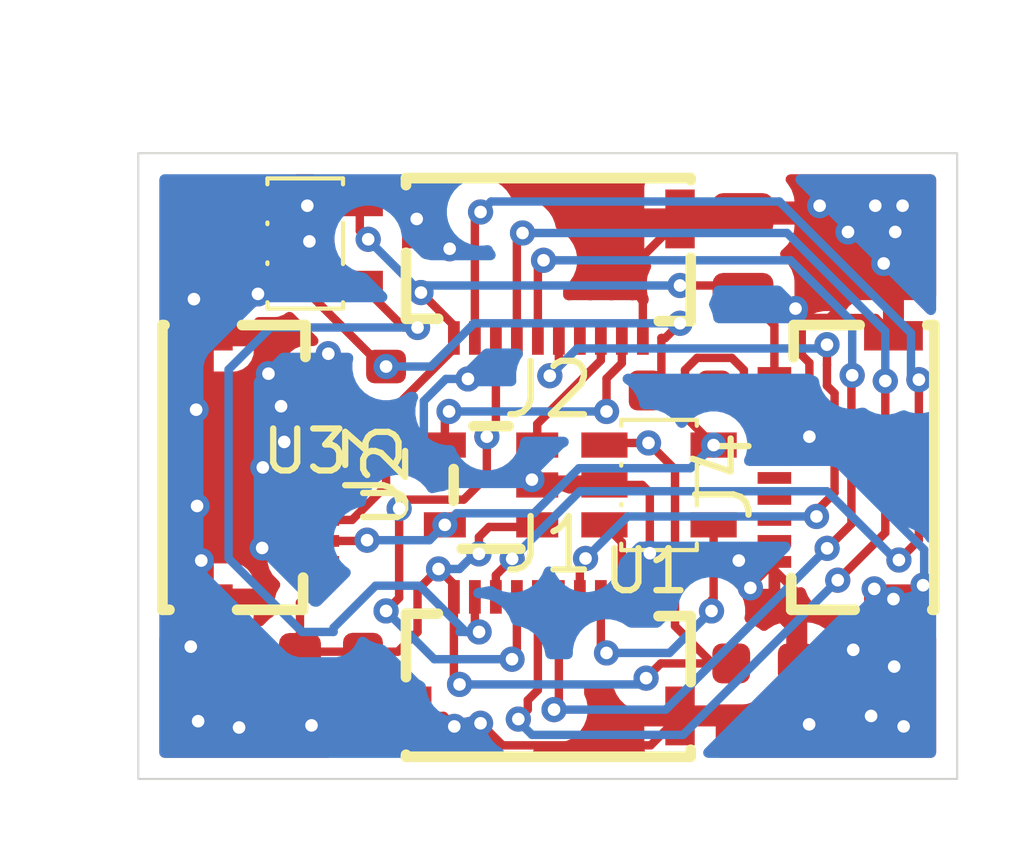
<source format=kicad_pcb>
(kicad_pcb (version 20241229) (generator "pcbnew") (generator_version "9.0")
  (layers (0 "F.Cu" signal) (2 "B.Cu" signal) (13 "F.Paste" user) (15 "B.Paste" user) (5 "F.SilkS" user "F.Silkscreen") (7 "B.SilkS" user "B.Silkscreen") (1 "F.Mask" user) (3 "B.Mask" user) (25 "Edge.Cuts" user))
  (net 0 "")
  (net 1 "GND")
  (net 2 "3P3")
  (net 3 "D34")
  (net 4 "Net-(J1-Pin_3)")
  (net 5 "D1112")
  (net 6 "DOUT")
  (net 7 "Net-(J1-Pin_2)")
  (net 8 "D78")
  (net 9 "D56")
  (net 10 "D910")
  (net 11 "Net-(J2-Pin_9)")
  (net 12 "Net-(J2-Pin_8)")
  (net 14 "CLK")
  (net 16 "Net-(J3-Pin_3)")
  (net 22 "Net-(J4-Pin_3)")
  (net 27 "DATA")
  (footprint "F0502-B-10-10G-R:FPC-SMD_F0502-B-10-10G-R" (layer "F.Cu") (at 77.8651 105.0826)
    (property "Reference" "J1" (at 0.00005 -2.6524 0) (layer "F.SilkS") (effects (font (size 1.27 1.27))))
    (property "Value" "Conn_01x10_Pin")
    (fp_line (start -3.39 -1.016) (end -2.6311 -1.016) (stroke (width 0.254)) (layer "F.SilkS"))
    (fp_line (start -3.39 0.4931) (end -3.39 -1.016) (stroke (width 0.254)) (layer "F.SilkS"))
    (fp_line (start -3.39 2.39) (end -3.39 2.3419) (stroke (width 0.254)) (layer "F.SilkS"))
    (fp_line (start 3.39 -0.9598) (end 2.6236 -0.9598) (stroke (width 0.254)) (layer "F.SilkS"))
    (fp_line (start 3.39 -0.9598) (end 3.39 0.612) (stroke (width 0.254)) (layer "F.SilkS"))
    (fp_line (start 3.39 2.223) (end 3.39 2.39) (stroke (width 0.254)) (layer "F.SilkS"))
    (fp_line (start 3.3901 2.39) (end -3.39 2.39) (stroke (width 0.254)) (layer "F.SilkS"))
    (pad "1" smd rect (at 2.2499 -1.4174) (size 0.28 0.8) (layers "F.Cu" "F.Mask" "F.Paste") (net 1 "GND"))
    (pad "2" smd rect (at 1.7501 -1.4174) (size 0.28 0.8) (layers "F.Cu" "F.Mask" "F.Paste") (net 7 "Net-(J1-Pin_2)"))
    (pad "3" smd rect (at 1.2499 -1.4174) (size 0.28 0.8) (layers "F.Cu" "F.Mask" "F.Paste") (net 4 "Net-(J1-Pin_3)"))
    (pad "4" smd rect (at 0.7501 -1.4174) (size 0.28 0.8) (layers "F.Cu" "F.Mask" "F.Paste") (net 5 "D1112"))
    (pad "5" smd rect (at 0.2499 -1.4174) (size 0.28 0.8) (layers "F.Cu" "F.Mask" "F.Paste") (net 10 "D910"))
    (pad "6" smd rect (at -0.2499 -1.4174) (size 0.28 0.8) (layers "F.Cu" "F.Mask" "F.Paste") (net 8 "D78"))
    (pad "7" smd rect (at -0.7498 -1.4174) (size 0.28 0.8) (layers "F.Cu" "F.Mask" "F.Paste") (net 9 "D56"))
    (pad "8" smd rect (at -1.2499 -1.4174) (size 0.28 0.8) (layers "F.Cu" "F.Mask" "F.Paste") (net 3 "D34"))
    (pad "9" smd rect (at -1.7498 -1.4174) (size 0.28 0.8) (layers "F.Cu" "F.Mask" "F.Paste") (net 6 "DOUT"))
    (pad "10" smd rect (at -2.2499 -1.4174) (size 0.28 0.8) (layers "F.Cu" "F.Mask" "F.Paste") (net 2 "3P3"))
    (pad "11" smd rect (at -3.1349 1.4174) (size 0.7 1.4) (layers "F.Cu" "F.Mask" "F.Paste") (net 1 "GND"))
    (pad "12" smd rect (at 3.1349 1.4174) (size 0.7 1.4) (layers "F.Cu" "F.Mask" "F.Paste") (net 1 "GND"))
    (zone (net 0) (net_name "") (layer "F.SilkS") (priority 100) (connect_pads yes (clearance 0)) (min_thickness 0) (fill yes (thermal_gap 0.5) (thermal_bridge_width 0.5))
      (polygon (pts (xy 79.6653 107.2526) (xy 80.4652 107.2526) (xy 80.0653 106.0526)))
    )
  )
  (footprint "PCM_JLCPCB:R_0603" (layer "F.Cu") (at 74 99 90)
    (property "Reference" "R1" (hide yes))
    (property "Value" "100Ω")
    (pad "1" smd roundrect (at -0.82 0 90) (size 0.8 0.95) (layers "F.Cu" "F.Mask" "F.Paste") (net 16 "Net-(J3-Pin_3)"))
    (pad "2" smd roundrect (at 0.82 0 90) (size 0.8 0.95) (layers "F.Cu" "F.Mask" "F.Paste") (net 27 "DATA"))
  )
  (footprint "F0502-B-10-10G-R:FPC-SMD_F0502-B-10-10G-R" (layer "F.Cu") (at 84.6651 100.5826 90)
    (property "Reference" "J4" (at -0.2174 -2.6151 90) (layer "F.SilkS") (effects (font (size 1.27 1.27))))
    (property "Value" "Conn_01x10_Pin")
    (fp_line (start -3.39 -1.016) (end -2.6311 -1.016) (stroke (width 0.254)) (layer "F.SilkS"))
    (fp_line (start 3.39 -0.9598) (end 2.6236 -0.9598) (stroke (width 0.254)) (layer "F.SilkS"))
    (fp_line (start 3.39 -0.9598) (end 3.39 0.612) (stroke (width 0.254)) (layer "F.SilkS"))
    (fp_line (start -3.39 0.4931) (end -3.39 -1.016) (stroke (width 0.254)) (layer "F.SilkS"))
    (fp_line (start 3.39 2.223) (end 3.39 2.39) (stroke (width 0.254)) (layer "F.SilkS"))
    (fp_line (start 3.3901 2.39) (end -3.39 2.39) (stroke (width 0.254)) (layer "F.SilkS"))
    (fp_line (start -3.39 2.39) (end -3.39 2.3419) (stroke (width 0.254)) (layer "F.SilkS"))
    (pad "1" smd rect (at 2.2499 -1.4174 90) (size 0.28 0.8) (layers "F.Cu" "F.Mask" "F.Paste") (net 2 "3P3"))
    (pad "2" smd rect (at 1.7501 -1.4174 90) (size 0.28 0.8) (layers "F.Cu" "F.Mask" "F.Paste") (net 14 "CLK"))
    (pad "3" smd rect (at 1.2499 -1.4174 90) (size 0.28 0.8) (layers "F.Cu" "F.Mask" "F.Paste") (net 22 "Net-(J4-Pin_3)"))
    (pad "4" smd rect (at 0.7501 -1.4174 90) (size 0.28 0.8) (layers "F.Cu" "F.Mask" "F.Paste") (net 1 "GND"))
    (pad "5" smd rect (at 0.2499 -1.4174 90) (size 0.28 0.8) (layers "F.Cu" "F.Mask" "F.Paste"))
    (pad "6" smd rect (at -0.2499 -1.4174 90) (size 0.28 0.8) (layers "F.Cu" "F.Mask" "F.Paste"))
    (pad "7" smd rect (at -0.7498 -1.4174 90) (size 0.28 0.8) (layers "F.Cu" "F.Mask" "F.Paste"))
    (pad "8" smd rect (at -1.2499 -1.4174 90) (size 0.28 0.8) (layers "F.Cu" "F.Mask" "F.Paste"))
    (pad "9" smd rect (at -1.7498 -1.4174 90) (size 0.28 0.8) (layers "F.Cu" "F.Mask" "F.Paste"))
    (pad "10" smd rect (at -2.2499 -1.4174 90) (size 0.28 0.8) (layers "F.Cu" "F.Mask" "F.Paste") (net 1 "GND"))
    (pad "11" smd rect (at -3.1349 1.4174 90) (size 0.7 1.4) (layers "F.Cu" "F.Mask" "F.Paste") (net 1 "GND"))
    (pad "12" smd rect (at 3.1349 1.4174 90) (size 0.7 1.4) (layers "F.Cu" "F.Mask" "F.Paste") (net 1 "GND"))
    (zone (net 0) (net_name "") (layer "F.SilkS") (priority 100) (connect_pads yes (clearance 0)) (min_thickness 0) (fill yes (thermal_gap 0.5) (thermal_bridge_width 0.5))
      (polygon (pts (xy 86.8351 98.7824) (xy 86.8351 97.9825) (xy 85.6351 98.3824)))
    )
  )
  (footprint "PCM_JLCPCB:C_0805" (layer "F.Cu") (at 82.5 95.5 90)
    (property "Reference" "C4" (hide yes))
    (property "Value" "22uF")
    (pad "1" smd roundrect (at -0.95 0 90) (size 1 1.45) (layers "F.Cu" "F.Mask" "F.Paste") (net 2 "3P3"))
    (pad "2" smd roundrect (at 0.95 0 90) (size 1 1.45) (layers "F.Cu" "F.Mask" "F.Paste") (net 1 "GND"))
  )
  (footprint "F0502-B-10-10G-R:FPC-SMD_F0502-B-10-10G-R" (layer "F.Cu") (at 71.0651 100.5826 -90)
    (property "Reference" "J3" (at 0.00005 -2.6524 90) (layer "F.SilkS") (effects (font (size 1.27 1.27))))
    (property "Value" "Conn_01x10_Pin")
    (fp_line (start -3.39 2.39) (end -3.39 2.3419) (stroke (width 0.254)) (layer "F.SilkS"))
    (fp_line (start 3.3901 2.39) (end -3.39 2.39) (stroke (width 0.254)) (layer "F.SilkS"))
    (fp_line (start 3.39 2.223) (end 3.39 2.39) (stroke (width 0.254)) (layer "F.SilkS"))
    (fp_line (start -3.39 0.4931) (end -3.39 -1.016) (stroke (width 0.254)) (layer "F.SilkS"))
    (fp_line (start 3.39 -0.9598) (end 3.39 0.612) (stroke (width 0.254)) (layer "F.SilkS"))
    (fp_line (start 3.39 -0.9598) (end 2.6236 -0.9598) (stroke (width 0.254)) (layer "F.SilkS"))
    (fp_line (start -3.39 -1.016) (end -2.6311 -1.016) (stroke (width 0.254)) (layer "F.SilkS"))
    (pad "1" smd rect (at 2.2499 -1.4174 270) (size 0.28 0.8) (layers "F.Cu" "F.Mask" "F.Paste") (net 2 "3P3"))
    (pad "2" smd rect (at 1.7501 -1.4174 270) (size 0.28 0.8) (layers "F.Cu" "F.Mask" "F.Paste") (net 14 "CLK"))
    (pad "3" smd rect (at 1.2499 -1.4174 270) (size 0.28 0.8) (layers "F.Cu" "F.Mask" "F.Paste") (net 16 "Net-(J3-Pin_3)"))
    (pad "4" smd rect (at 0.7501 -1.4174 270) (size 0.28 0.8) (layers "F.Cu" "F.Mask" "F.Paste") (net 2 "3P3"))
    (pad "5" smd rect (at 0.2499 -1.4174 270) (size 0.28 0.8) (layers "F.Cu" "F.Mask" "F.Paste"))
    (pad "6" smd rect (at -0.2499 -1.4174 270) (size 0.28 0.8) (layers "F.Cu" "F.Mask" "F.Paste"))
    (pad "7" smd rect (at -0.7498 -1.4174 270) (size 0.28 0.8) (layers "F.Cu" "F.Mask" "F.Paste"))
    (pad "8" smd rect (at -1.2499 -1.4174 270) (size 0.28 0.8) (layers "F.Cu" "F.Mask" "F.Paste"))
    (pad "9" smd rect (at -1.7498 -1.4174 270) (size 0.28 0.8) (layers "F.Cu" "F.Mask" "F.Paste"))
    (pad "10" smd rect (at -2.2499 -1.4174 270) (size 0.28 0.8) (layers "F.Cu" "F.Mask" "F.Paste") (net 1 "GND"))
    (pad "11" smd rect (at -3.1349 1.4174 270) (size 0.7 1.4) (layers "F.Cu" "F.Mask" "F.Paste") (net 1 "GND"))
    (pad "12" smd rect (at 3.1349 1.4174 270) (size 0.7 1.4) (layers "F.Cu" "F.Mask" "F.Paste") (net 1 "GND"))
    (zone (net 0) (net_name "") (layer "F.SilkS") (priority 100) (connect_pads yes (clearance 0)) (min_thickness 0) (fill yes (thermal_gap 0.5) (thermal_bridge_width 0.5))
      (polygon (pts (xy 68.8951 102.3828) (xy 68.8951 103.1827) (xy 70.0951 102.7828)))
    )
  )
  (footprint "PCM_JLCPCB:C_0603" (layer "F.Cu") (at 83 105.25)
    (property "Reference" "C2" (hide yes))
    (property "Value" "100nF")
    (pad "1" smd roundrect (at -0.78 0) (size 0.9 0.95) (layers "F.Cu" "F.Mask" "F.Paste") (net 2 "3P3"))
    (pad "2" smd roundrect (at 0.78 0) (size 0.9 0.95) (layers "F.Cu" "F.Mask" "F.Paste") (net 1 "GND"))
  )
  (footprint "PCM_JLCPCB:R_0603" (layer "F.Cu") (at 81 98.75)
    (property "Reference" "R3" (hide yes))
    (property "Value" "100Ω")
    (pad "1" smd roundrect (at -0.82 0) (size 0.8 0.95) (layers "F.Cu" "F.Mask" "F.Paste") (net 27 "DATA"))
    (pad "2" smd roundrect (at 0.82 0) (size 0.8 0.95) (layers "F.Cu" "F.Mask" "F.Paste") (net 22 "Net-(J4-Pin_3)"))
  )
  (footprint "F0502-B-10-10G-R:FPC-SMD_F0502-B-10-10G-R" (layer "F.Cu") (at 77.8651 96.0826 180)
    (property "Reference" "J2" (at 0.00005 -2.6524 0) (layer "F.SilkS") (effects (font (size 1.27 1.27))))
    (property "Value" "Conn_01x10_Pin")
    (fp_line (start 3.3901 2.39) (end -3.39 2.39) (stroke (width 0.254)) (layer "F.SilkS"))
    (fp_line (start 3.39 2.223) (end 3.39 2.39) (stroke (width 0.254)) (layer "F.SilkS"))
    (fp_line (start 3.39 -0.9598) (end 3.39 0.612) (stroke (width 0.254)) (layer "F.SilkS"))
    (fp_line (start 3.39 -0.9598) (end 2.6236 -0.9598) (stroke (width 0.254)) (layer "F.SilkS"))
    (fp_line (start -3.39 2.39) (end -3.39 2.3419) (stroke (width 0.254)) (layer "F.SilkS"))
    (fp_line (start -3.39 0.4931) (end -3.39 -1.016) (stroke (width 0.254)) (layer "F.SilkS"))
    (fp_line (start -3.39 -1.016) (end -2.6311 -1.016) (stroke (width 0.254)) (layer "F.SilkS"))
    (pad "1" smd rect (at 2.2499 -1.4174 180) (size 0.28 0.8) (layers "F.Cu" "F.Mask" "F.Paste") (net 2 "3P3"))
    (pad "2" smd rect (at 1.7501 -1.4174 180) (size 0.28 0.8) (layers "F.Cu" "F.Mask" "F.Paste") (net 3 "D34"))
    (pad "3" smd rect (at 1.2499 -1.4174 180) (size 0.28 0.8) (layers "F.Cu" "F.Mask" "F.Paste") (net 9 "D56"))
    (pad "4" smd rect (at 0.7501 -1.4174 180) (size 0.28 0.8) (layers "F.Cu" "F.Mask" "F.Paste") (net 8 "D78"))
    (pad "5" smd rect (at 0.2499 -1.4174 180) (size 0.28 0.8) (layers "F.Cu" "F.Mask" "F.Paste") (net 10 "D910"))
    (pad "6" smd rect (at -0.2499 -1.4174 180) (size 0.28 0.8) (layers "F.Cu" "F.Mask" "F.Paste") (net 5 "D1112"))
    (pad "7" smd rect (at -0.7498 -1.4174 180) (size 0.28 0.8) (layers "F.Cu" "F.Mask" "F.Paste"))
    (pad "8" smd rect (at -1.2499 -1.4174 180) (size 0.28 0.8) (layers "F.Cu" "F.Mask" "F.Paste") (net 12 "Net-(J2-Pin_8)"))
    (pad "9" smd rect (at -1.7498 -1.4174 180) (size 0.28 0.8) (layers "F.Cu" "F.Mask" "F.Paste") (net 11 "Net-(J2-Pin_9)"))
    (pad "10" smd rect (at -2.2499 -1.4174 180) (size 0.28 0.8) (layers "F.Cu" "F.Mask" "F.Paste") (net 1 "GND"))
    (pad "11" smd rect (at -3.1349 1.4174 180) (size 0.7 1.4) (layers "F.Cu" "F.Mask" "F.Paste") (net 1 "GND"))
    (pad "12" smd rect (at 3.1349 1.4174 180) (size 0.7 1.4) (layers "F.Cu" "F.Mask" "F.Paste") (net 1 "GND"))
    (zone (net 0) (net_name "") (layer "F.SilkS") (priority 100) (connect_pads yes (clearance 0)) (min_thickness 0) (fill yes (thermal_gap 0.5) (thermal_bridge_width 0.5))
      (polygon (pts (xy 76.0649 93.9126) (xy 75.265 93.9126) (xy 75.6649 95.1126)))
    )
  )
  (footprint "PCM_JLCPCB:R_0603" (layer "F.Cu") (at 69.5 95.25 -90)
    (property "Reference" "R2" (hide yes))
    (property "Value" "100kΩ")
    (pad "1" smd roundrect (at -0.82 0 270) (size 0.8 0.95) (layers "F.Cu" "F.Mask" "F.Paste") (net 27 "DATA"))
    (pad "2" smd roundrect (at 0.82 0 270) (size 0.8 0.95) (layers "F.Cu" "F.Mask" "F.Paste") (net 1 "GND"))
  )
  (footprint "PCM_JLCPCB:C_0805" (layer "F.Cu") (at 71 105.25 180)
    (property "Reference" "C1" (hide yes))
    (property "Value" "22uF")
    (pad "1" smd roundrect (at -0.95 0 180) (size 1 1.45) (layers "F.Cu" "F.Mask" "F.Paste") (net 2 "3P3"))
    (pad "2" smd roundrect (at 0.95 0 180) (size 1 1.45) (layers "F.Cu" "F.Mask" "F.Paste") (net 1 "GND"))
  )
  (footprint "easyeda2kicad:SOT-23-5_L2.9-W1.6-P0.95-LS2.8-BL" (layer "F.Cu") (at 76.5 101 90)
    (property "Reference" "U2" (at 0 -2.5 90) (layer "F.SilkS"))
    (property "Value" "DS90LV011ATMF/NOPB")
    (fp_line (start -0.38 -0.89) (end 0.38 -0.89) (stroke (width 0.25)) (layer "F.SilkS"))
    (fp_line (start -1.52 -0.7) (end -1.52 0.7) (stroke (width 0.25)) (layer "F.SilkS"))
    (fp_line (start 1.4 -0.42) (end 1.4 0.42) (stroke (width 0.25)) (layer "F.SilkS"))
    (pad "1" smd rect (at -0.95 1.1 90) (size 0.6 1) (layers "F.Cu" "F.Mask" "F.Paste") (net 2 "3P3"))
    (pad "2" smd rect (at 0 1.1 90) (size 0.6 1) (layers "F.Cu" "F.Mask" "F.Paste") (net 1 "GND"))
    (pad "3" smd rect (at 0.95 1.1 90) (size 0.6 1) (layers "F.Cu" "F.Mask" "F.Paste") (net 12 "Net-(J2-Pin_8)"))
    (pad "4" smd rect (at 0.95 -1.1 90) (size 0.6 1) (layers "F.Cu" "F.Mask" "F.Paste") (net 11 "Net-(J2-Pin_9)"))
    (pad "5" smd rect (at -0.95 -1.1 90) (size 0.6 1) (layers "F.Cu" "F.Mask" "F.Paste") (net 14 "CLK"))
  )
  (footprint "easyeda2kicad:SOT-23-5_L3.0-W1.7-P0.95-LS2.8-BR" (layer "F.Cu") (at 72.075 95.25 180)
    (property "Reference" "U3" (at 0 -4.95 0) (layer "F.SilkS"))
    (property "Value" "SN74LVC1G17DBVR")
    (fp_line (start 0.9 1.41) (end 0.9 1.55) (stroke (width 0.1)) (layer "F.SilkS"))
    (fp_line (start 0.9 0.46) (end 0.9 0.5) (stroke (width 0.1)) (layer "F.SilkS"))
    (fp_line (start 0.9 -0.49) (end 0.9 -0.45) (stroke (width 0.1)) (layer "F.SilkS"))
    (fp_line (start 0.9 -1.55) (end 0.9 -1.4) (stroke (width 0.1)) (layer "F.SilkS"))
    (fp_line (start -0.9 1.55) (end 0.9 1.55) (stroke (width 0.1)) (layer "F.SilkS"))
    (fp_line (start -0.9 1.41) (end -0.9 1.55) (stroke (width 0.1)) (layer "F.SilkS"))
    (fp_line (start -0.9 -0.49) (end -0.9 0.5) (stroke (width 0.1)) (layer "F.SilkS"))
    (fp_line (start -0.9 -1.55) (end 0.9 -1.55) (stroke (width 0.1)) (layer "F.SilkS"))
    (fp_line (start -0.9 -1.55) (end -0.9 -1.4) (stroke (width 0.1)) (layer "F.SilkS"))
    (pad "1" smd rect (at 1.3 0.95 180) (size 1.1 0.6) (layers "F.Cu" "F.Mask" "F.Paste"))
    (pad "2" smd rect (at 1.3 0 180) (size 1.1 0.6) (layers "F.Cu" "F.Mask" "F.Paste") (net 27 "DATA"))
    (pad "3" smd rect (at 1.3 -0.95 180) (size 1.1 0.6) (layers "F.Cu" "F.Mask" "F.Paste") (net 1 "GND"))
    (pad "4" smd rect (at -1.3 -0.95 180) (size 1.1 0.6) (layers "F.Cu" "F.Mask" "F.Paste") (net 6 "DOUT"))
    (pad "5" smd rect (at -1.3 0.95 180) (size 1.1 0.6) (layers "F.Cu" "F.Mask" "F.Paste") (net 2 "3P3"))
  )
  (footprint "PCM_JLCPCB:C_0603" (layer "F.Cu") (at 73.45 105.75 -90)
    (property "Reference" "C3" (hide yes))
    (property "Value" "100nF")
    (pad "1" smd roundrect (at -0.78 0 270) (size 0.9 0.95) (layers "F.Cu" "F.Mask" "F.Paste") (net 2 "3P3"))
    (pad "2" smd roundrect (at 0.78 0 270) (size 0.9 0.95) (layers "F.Cu" "F.Mask" "F.Paste") (net 1 "GND"))
  )
  (footprint "easyeda2kicad:SOT-23-5_L3.0-W1.7-P0.95-LS2.8-BR" (layer "F.Cu") (at 80.5 101 180)
    (property "Reference" "U1" (at 0.3 -2.05 0) (layer "F.SilkS"))
    (property "Value" "DS90LV012ATMF/NOPB")
    (fp_line (start 0.9 1.41) (end 0.9 1.55) (stroke (width 0.1)) (layer "F.SilkS"))
    (fp_line (start 0.9 0.46) (end 0.9 0.5) (stroke (width 0.1)) (layer "F.SilkS"))
    (fp_line (start 0.9 -0.49) (end 0.9 -0.45) (stroke (width 0.1)) (layer "F.SilkS"))
    (fp_line (start 0.9 -1.55) (end 0.9 -1.4) (stroke (width 0.1)) (layer "F.SilkS"))
    (fp_line (start -0.9 1.55) (end 0.9 1.55) (stroke (width 0.1)) (layer "F.SilkS"))
    (fp_line (start -0.9 1.41) (end -0.9 1.55) (stroke (width 0.1)) (layer "F.SilkS"))
    (fp_line (start -0.9 -0.49) (end -0.9 0.5) (stroke (width 0.1)) (layer "F.SilkS"))
    (fp_line (start -0.9 -1.55) (end 0.9 -1.55) (stroke (width 0.1)) (layer "F.SilkS"))
    (fp_line (start -0.9 -1.55) (end -0.9 -1.4) (stroke (width 0.1)) (layer "F.SilkS"))
    (pad "1" smd rect (at 1.3 0.95 180) (size 1.1 0.6) (layers "F.Cu" "F.Mask" "F.Paste") (net 2 "3P3"))
    (pad "2" smd rect (at 1.3 0 180) (size 1.1 0.6) (layers "F.Cu" "F.Mask" "F.Paste") (net 1 "GND"))
    (pad "3" smd rect (at 1.3 -0.95 180) (size 1.1 0.6) (layers "F.Cu" "F.Mask" "F.Paste") (net 7 "Net-(J1-Pin_2)"))
    (pad "4" smd rect (at -1.3 -0.95 180) (size 1.1 0.6) (layers "F.Cu" "F.Mask" "F.Paste") (net 4 "Net-(J1-Pin_3)"))
    (pad "5" smd rect (at -1.3 0.95 180) (size 1.1 0.6) (layers "F.Cu" "F.Mask" "F.Paste") (net 14 "CLK"))
  )
  (gr_rect (start 68.1 93.1) (end 87.6 108) (stroke (width 0.05)) (fill no) (layer "Edge.Cuts"))
  (segment (start 84.0805 98.089869) (end 84.0805 99.85) (width 0.2) (layer "F.Cu") (net 1))
  (segment (start 77.473151 100.873151) (end 79.073151 100.873151) (width 0.2) (layer "F.Cu") (net 1))
  (segment (start 83.2477 103.0273) (end 83.78 103.5596) (width 0.2) (layer "F.Cu") (net 1))
  (segment (start 83.899 97.908369) (end 84.0805 98.089869) (width 0.2) (layer "F.Cu") (net 1))
  (segment (start 83.75 97.027) (end 83.899 97.176) (width 0.2) (layer "F.Cu") (net 1))
  (segment (start 80.115 102.791) (end 80.115 103.6652) (width 0.2) (layer "F.Cu") (net 1))
  (segment (start 74.7302 106.5) (end 75.375 106.5) (width 0.2) (layer "F.Cu") (net 1))
  (segment (start 74.7 106.5) (end 74.625 106.425) (width 0.2) (layer "F.Cu") (net 1))
  (segment (start 82.4 103.175) (end 82.675 103.45) (width 0.2) (layer "F.Cu") (net 1))
  (segment (start 72.4825 98.3327) (end 72.4825 98.0175) (width 0.2) (layer "F.Cu") (net 1))
  (segment (start 84.55 97.025) (end 85.85 95.725) (width 0.2) (layer "F.Cu") (net 1))
  (segment (start 83.2477 102.8325) (end 82.4325 102.8325) (width 0.2) (layer "F.Cu") (net 1))
  (segment (start 69.35 104.0152) (end 69.6477 103.7175) (width 0.2) (layer "F.Cu") (net 1))
  (segment (start 82.4325 102.8325) (end 82.4 102.8) (width 0.2) (layer "F.Cu") (net 1))
  (segment (start 83.2477 102.8325) (end 83.2477 103.0273) (width 0.2) (layer "F.Cu") (net 1))
  (segment (start 79.073151 100.873151) (end 79.2 101) (width 0.2) (layer "F.Cu") (net 1))
  (segment (start 73.48 106.5) (end 73.45 106.53) (width 0.2) (layer "F.Cu") (net 1))
  (segment (start 84.325 94.35) (end 85.7 95.725) (width 0.2) (layer "F.Cu") (net 1))
  (segment (start 84.0805 99.85) (end 84.025 99.85) (width 0.2) (layer "F.Cu") (net 1))
  (segment (start 69.525 105.775) (end 70.05 105.25) (width 0.2) (layer "F.Cu") (net 1))
  (segment (start 69.425 97.225) (end 69.6477 97.4477) (width 0.2) (layer "F.Cu") (net 1))
  (segment (start 70.95 96.45) (end 70.95 96.375) (width 0.2) (layer "F.Cu") (net 1))
  (segment (start 80.9152 94.6652) (end 80.75 94.5) (width 0.2) (layer "F.Cu") (net 1))
  (segment (start 83.75 96.8) (end 83.975 97.025) (width 0.2) (layer "F.Cu") (net 1))
  (segment (start 85.7 95.725) (end 85.85 95.725) (width 0.2) (layer "F.Cu") (net 1))
  (segment (start 83.78 103.5596) (end 83.78 105.25) (width 0.2) (layer "F.Cu") (net 1))
  (segment (start 84.0075 99.8325) (end 83.2477 99.8325) (width 0.2) (layer "F.Cu") (net 1))
  (segment (start 69.35 104.85) (end 69.65 104.85) (width 0.2) (layer "F.Cu") (net 1))
  (segment (start 83.975 97.025) (end 84.55 97.025) (width 0.2) (layer "F.Cu") (net 1))
  (segment (start 83.899 97.176) (end 83.899 97.908369) (width 0.2) (layer "F.Cu") (net 1))
  (segment (start 85.6598 97.025) (end 86.0825 97.4477) (width 0.2) (layer "F.Cu") (net 1))
  (segment (start 72.175 106.775) (end 72.225 106.725) (width 0.2) (layer "F.Cu") (net 1))
  (segment (start 69.65 104.85) (end 70.05 105.25) (width 0.2) (layer "F.Cu") (net 1))
  (segment (start 80.281 102.625) (end 80.115 102.791) (width 0.2) (layer "F.Cu") (net 1))
  (segment (start 72.4825 98.3327) (end 71.2173 98.3327) (width 0.2) (layer "F.Cu") (net 1))
  (segment (start 82.675 103.45) (end 83.78 104.555) (width 0.2) (layer "F.Cu") (net 1))
  (segment (start 83.75 96.8) (end 83.75 97.027) (width 0.2) (layer "F.Cu") (net 1))
  (segment (start 70.95 96.375) (end 70.775 96.2) (width 0.2) (layer "F.Cu") (net 1))
  (segment (start 82.7 94.35) (end 82.5 94.55) (width 0.2) (layer "F.Cu") (net 1))
  (segment (start 86.4575 103.7175) (end 86.0825 103.7175) (width 0.2) (layer "F.Cu") (net 1))
  (segment (start 76.175 106.75) (end 76.25 106.675) (width 0.2) (layer "F.Cu") (net 1))
  (segment (start 82.675 103.45) (end 82.675 103.4052) (width 0.2) (layer "F.Cu") (net 1))
  (segment (start 71.2173 98.3327) (end 71.2 98.35) (width 0.2) (layer "F.Cu") (net 1))
  (segment (start 84.025 99.85) (end 84.0075 99.8325) (width 0.2) (layer "F.Cu") (net 1))
  (segment (start 70.5 106.775) (end 72.175 106.775) (width 0.2) (layer "F.Cu") (net 1))
  (segment (start 69.675 106.775) (end 69.525 106.625) (width 0.2) (layer "F.Cu") (net 1))
  (segment (start 83.78 104.555) (end 83.78 105.25) (width 0.2) (layer "F.Cu") (net 1))
  (segment (start 80.1 101) (end 80.281 101.181) (width 0.2) (layer "F.Cu") (net 1))
  (segment (start 75.625 106.75) (end 76.175 106.75) (width 0.2) (layer "F.Cu") (net 1))
  (segment (start 76.775 107.2) (end 80.3 107.2) (width 0.2) (layer "F.Cu") (net 1))
  (segment (start 82.4 102.8) (end 82.4 103.175) (width 0.2) (layer "F.Cu") (net 1))
  (segment (start 70.775 96.2) (end 69.63 96.2) (width 0.2) (layer "F.Cu") (net 1))
  (segment (start 80.3 107.2) (end 81 106.5) (width 0.2) (layer "F.Cu") (net 1))
  (segment (start 80.115 95.5502) (end 81 94.6652) (width 0.2) (layer "F.Cu") (net 1))
  (segment (start 69.5 96.07) (end 69.5 96.5) (width 0.2) (layer "F.Cu") (net 1))
  (segment (start 74.7302 106.5) (end 74.7 106.5) (width 0.2) (layer "F.Cu") (net 1))
  (segment (start 73.45 106.53) (end 72.42 106.53) (width 0.2) (layer "F.Cu") (net 1))
  (segment (start 84.325 94.35) (end 82.7 94.35) (width 0.2) (layer "F.Cu") (net 1))
  (segment (start 69.425 96.575) (end 69.425 97.225) (width 0.2) (layer "F.Cu") (net 1))
  (segment (start 74.7302 106.5) (end 73.48 106.5) (width 0.2) (layer "F.Cu") (net 1))
  (segment (start 72.4825 98.0175) (end 72.625 97.875) (width 0.2) (layer "F.Cu") (net 1))
  (segment (start 69.63 96.2) (end 69.5 96.07) (width 0.2) (layer "F.Cu") (net 1))
  (segment (start 79.2 101) (end 80.1 101) (width 0.2) (layer "F.Cu") (net 1))
  (segment (start 86.0825 103.7175) (end 85.8675 103.7175) (width 0.2) (layer "F.Cu") (net 1))
  (segment (start 80.281 101.181) (end 80.281 102.625) (width 0.2) (layer "F.Cu") (net 1))
  (segment (start 80.115 97.5) (end 80.115 95.5502) (width 0.2) (layer "F.Cu") (net 1))
  (segment (start 82.675 103.4052) (end 83.2477 102.8325) (width 0.2) (layer "F.Cu") (net 1))
  (segment (start 76.25 106.675) (end 76.775 107.2) (width 0.2) (layer "F.Cu") (net 1))
  (segment (start 69.525 106.625) (end 69.525 105.775) (width 0.2) (layer "F.Cu") (net 1))
  (segment (start 69.5 96.5) (end 69.425 96.575) (width 0.2) (layer "F.Cu") (net 1))
  (segment (start 85.8675 103.7175) (end 85.625 103.475) (width 0.2) (layer "F.Cu") (net 1))
  (segment (start 72.42 106.53) (end 72.225 106.725) (width 0.2) (layer "F.Cu") (net 1))
  (segment (start 86.0825 97.4477) (end 86.3023 97.4477) (width 0.2) (layer "F.Cu") (net 1))
  (segment (start 81 94.6652) (end 80.9152 94.6652) (width 0.2) (layer "F.Cu") (net 1))
  (segment (start 83.975 97.025) (end 85.6598 97.025) (width 0.2) (layer "F.Cu") (net 1))
  (segment (start 75.375 106.5) (end 75.625 106.75) (width 0.2) (layer "F.Cu") (net 1))
  (segment (start 69.35 104.85) (end 69.35 104.0152) (width 0.2) (layer "F.Cu") (net 1))
  (segment (start 70.5 106.775) (end 69.675 106.775) (width 0.2) (layer "F.Cu") (net 1))
  (segment (start 86.7875 103.3875) (end 86.4575 103.7175) (width 0.2) (layer "F.Cu") (net 1))
  (via (at 77.473151 100.873151) (size 0.6) (drill 0.3) (layers "F.Cu" "B.Cu") (net 1))
  (via (at 71.5 99.125) (size 0.6) (drill 0.3) (layers "F.Cu" "B.Cu") (net 1))
  (via (at 69.425 96.575) (size 0.6) (drill 0.3) (layers "F.Cu" "B.Cu") (net 1))
  (via (at 85.625 103.475) (size 0.6) (drill 0.3) (layers "F.Cu" "B.Cu") (net 1))
  (via (at 76.25 106.675) (size 0.6) (drill 0.3) (layers "F.Cu" "B.Cu") (net 1))
  (via (at 70.95 96.45) (size 0.6) (drill 0.3) (layers "F.Cu" "B.Cu") (net 1))
  (via (at 82.4 102.8) (size 0.6) (drill 0.3) (layers "F.Cu" "B.Cu") (net 1))
  (via (at 80.281 102.625) (size 0.6) (drill 0.3) (layers "F.Cu" "B.Cu") (net 1))
  (via (at 69.6 102.8) (size 0.6) (drill 0.3) (layers "F.Cu" "B.Cu") (net 1))
  (via (at 72.625 97.875) (size 0.6) (drill 0.3) (layers "F.Cu" "B.Cu") (net 1))
  (via (at 71.575 99.975) (size 0.6) (drill 0.3) (layers "F.Cu" "B.Cu") (net 1))
  (via (at 75.515 95.375) (size 0.6) (drill 0.3) (layers "F.Cu" "B.Cu") (net 1))
  (via (at 71.2 98.35) (size 0.6) (drill 0.3) (layers "F.Cu" "B.Cu") (net 1))
  (via (at 69.5 101.5) (size 0.6) (drill 0.3) (layers "F.Cu" "B.Cu") (net 1))
  (via (at 74.7302 94.6652) (size 0.6) (drill 0.3) (layers "F.Cu" "B.Cu") (net 1))
  (via (at 85.65 94.35) (size 0.6) (drill 0.3) (layers "F.Cu" "B.Cu") (net 1))
  (via (at 85.125 104.925) (size 0.6) (drill 0.3) (layers "F.Cu" "B.Cu") (net 1))
  (via (at 85.55 106.5) (size 0.6) (drill 0.3) (layers "F.Cu" "B.Cu") (net 1))
  (via (at 72.225 106.725) (size 0.6) (drill 0.3) (layers "F.Cu" "B.Cu") (net 1))
  (via (at 72.125 94.35) (size 0.6) (drill 0.3) (layers "F.Cu" "B.Cu") (net 1))
  (via (at 82.675 103.45) (size 0.6) (drill 0.3) (layers "F.Cu" "B.Cu") (net 1))
  (via (at 72.175 95.2) (size 0.6) (drill 0.3) (layers "F.Cu" "B.Cu") (net 1))
  (via (at 75.625 106.75) (size 0.6) (drill 0.3) (layers "F.Cu" "B.Cu") (net 1))
  (via (at 71.05 102.5) (size 0.6) (drill 0.3) (layers "F.Cu" "B.Cu") (net 1))
  (via (at 70.5 106.775) (size 0.6) (drill 0.3) (layers "F.Cu" "B.Cu") (net 1))
  (via (at 84.325 94.35) (size 0.6) (drill 0.3) (layers "F.Cu" "B.Cu") (net 1))
  (via (at 85.85 95.725) (size 0.6) (drill 0.3) (layers "F.Cu" "B.Cu") (net 1))
  (via (at 69.525 106.625) (size 0.6) (drill 0.3) (layers "F.Cu" "B.Cu") (net 1))
  (via (at 75.95 98.475) (size 0.6) (drill 0.3) (layers "F.Cu" "B.Cu") (net 1))
  (via (at 86.7875 103.3875) (size 0.6) (drill 0.3) (layers "F.Cu" "B.Cu") (net 1))
  (via (at 69.47764 99.207299) (size 0.6) (drill 0.3) (layers "F.Cu" "B.Cu") (net 1))
  (via (at 84.075 106.7) (size 0.6) (drill 0.3) (layers "F.Cu" "B.Cu") (net 1))
  (via (at 71.0651 100.5826) (size 0.6) (drill 0.3) (layers "F.Cu" "B.Cu") (net 1))
  (via (at 86.0825 103.7175) (size 0.6) (drill 0.3) (layers "F.Cu" "B.Cu") (net 1))
  (via (at 84.0805 99.85) (size 0.6) (drill 0.3) (layers "F.Cu" "B.Cu") (net 1))
  (via (at 86.125 94.975) (size 0.6) (drill 0.3) (layers "F.Cu" "B.Cu") (net 1))
  (via (at 69.35 104.85) (size 0.6) (drill 0.3) (layers "F.Cu" "B.Cu") (net 1))
  (via (at 83.75 96.8) (size 0.6) (drill 0.3) (layers "F.Cu" "B.Cu") (net 1))
  (via (at 86.3 94.35) (size 0.6) (drill 0.3) (layers "F.Cu" "B.Cu") (net 1))
  (via (at 86.1 105.325) (size 0.6) (drill 0.3) (layers "F.Cu" "B.Cu") (net 1))
  (via (at 85 94.975) (size 0.6) (drill 0.3) (layers "F.Cu" "B.Cu") (net 1))
  (via (at 86.325 106.75) (size 0.6) (drill 0.3) (layers "F.Cu" "B.Cu") (net 1))
  (segment (start 84.0805 99.85) (end 84.124943 99.85) (width 0.2) (layer "B.Cu") (net 1))
  (segment (start 77.473151 100.873151) (end 77.123151 100.873151) (width 0.2) (layer "B.Cu") (net 1))
  (segment (start 86.8135 102.538557) (end 86.8135 103.3615) (width 0.2) (layer "B.Cu") (net 1))
  (segment (start 77.05 100.8) (end 74.9 100.8) (width 0.2) (layer "B.Cu") (net 1))
  (segment (start 75.425057 98.475) (end 74.9 99.000057) (width 0.2) (layer "B.Cu") (net 1))
  (segment (start 77.123151 100.873151) (end 77.05 100.8) (width 0.2) (layer "B.Cu") (net 1))
  (segment (start 74.9 99.000057) (end 74.9 100.8) (width 0.2) (layer "B.Cu") (net 1))
  (segment (start 84.124943 99.85) (end 86.8135 102.538557) (width 0.2) (layer "B.Cu") (net 1))
  (segment (start 75.95 98.475) (end 75.425057 98.475) (width 0.2) (layer "B.Cu") (net 1))
  (segment (start 86.8135 103.3615) (end 86.7875 103.3875) (width 0.2) (layer "B.Cu") (net 1))
  (segment (start 71.95 103.8) (end 72.4825 103.2675) (width 0.2) (layer "F.Cu") (net 2))
  (segment (start 75.6152 105.6152) (end 75.75 105.75) (width 0.2) (layer "F.Cu") (net 2))
  (segment (start 71.95 105.25) (end 71.95 103.8) (width 0.2) (layer "F.Cu") (net 2))
  (segment (start 83.2477 97.1977) (end 82.5 96.45) (width 0.2) (layer "F.Cu") (net 2))
  (segment (start 73.375 94.3) (end 73.375 94.95) (width 0.2) (layer "F.Cu") (net 2))
  (segment (start 80.541742 105.25) (end 82.22 105.25) (width 0.2) (layer "F.Cu") (net 2))
  (segment (start 81.77 105.25) (end 80.881 104.361) (width 0.2) (layer "F.Cu") (net 2))
  (segment (start 72.4825 103.2675) (end 72.4825 102.8325) (width 0.2) (layer "F.Cu") (net 2))
  (segment (start 80.191742 105.6) (end 80.541742 105.25) (width 0.2) (layer "F.Cu") (net 2))
  (segment (start 73.1835 99.25) (end 73.1835 101.2735) (width 0.2) (layer "F.Cu") (net 2))
  (segment (start 75.6152 103.3652) (end 75.25 103) (width 0.2) (layer "F.Cu") (net 2))
  (segment (start 73.1835 101.2735) (end 73.1243 101.3327) (width 0.2) (layer "F.Cu") (net 2))
  (segment (start 80.25 100) (end 79.25 100) (width 0.2) (layer "F.Cu") (net 2))
  (segment (start 75.6152 97.5) (end 75.6152 97.753864) (width 0.2) (layer "F.Cu") (net 2))
  (segment (start 75.6152 97.5) (end 75.6152 97.2022) (width 0.2) (layer "F.Cu") (net 2))
  (segment (start 73.45 104.8) (end 73.45 104.97) (width 0.2) (layer "F.Cu") (net 2))
  (segment (start 83.2477 98.3327) (end 83.2477 97.1977) (width 0.2) (layer "F.Cu") (net 2))
  (segment (start 75.6152 97.2022) (end 74.8315 96.4185) (width 0.2) (layer "F.Cu") (net 2))
  (segment (start 73.1243 101.3327) (end 72.4825 101.3327) (width 0.2) (layer "F.Cu") (net 2))
  (segment (start 82.3 96.25) (end 82.5 96.45) (width 0.2) (layer "F.Cu") (net 2))
  (segment (start 71.7815 102.7737) (end 71.7815 101.3915) (width 0.2) (layer "F.Cu") (net 2))
  (segment (start 71.8403 102.8325) (end 71.7815 102.7737) (width 0.2) (layer "F.Cu") (net 2))
  (segment (start 76.211738 102.239262) (end 76.451 102) (width 0.2) (layer "F.Cu") (net 2))
  (segment (start 73.375 94.95) (end 73.575 95.15) (width 0.2) (layer "F.Cu") (net 2))
  (segment (start 72.23 104.97) (end 71.95 105.25) (width 0.2) (layer "F.Cu") (net 2))
  (segment (start 80.881 100.631) (end 80.25 100) (width 0.2) (layer "F.Cu") (net 2))
  (segment (start 81 96.25) (end 82.3 96.25) (width 0.2) (layer "F.Cu") (net 2))
  (segment (start 71.8403 101.3327) (end 72.4825 101.3327) (width 0.2) (layer "F.Cu") (net 2))
  (segment (start 74.75 103.5) (end 74.75 104.5) (width 0.2) (layer "F.Cu") (net 2))
  (segment (start 74.250064 99.119) (end 73.3145 99.119) (width 0.2) (layer "F.Cu") (net 2))
  (segment (start 73.3145 99.119) (end 73.1835 99.25) (width 0.2) (layer "F.Cu") (net 2))
  (segment (start 75.25 103) (end 74.75 103.5) (width 0.2) (layer "F.Cu") (net 2))
  (segment (start 76.211738 102.640923) (end 76.211738 102.239262) (width 0.2) (layer "F.Cu") (net 2))
  (segment (start 75.6152 97.753864) (end 74.250064 99.119) (width 0.2) (layer "F.Cu") (net 2))
  (segment (start 75.6152 103.6652) (end 75.6152 103.3652) (width 0.2) (layer "F.Cu") (net 2))
  (segment (start 74.28 104.97) (end 73.45 104.97) (width 0.2) (layer "F.Cu") (net 2))
  (segment (start 71.7815 101.3915) (end 71.8403 101.3327) (width 0.2) (layer "F.Cu") (net 2))
  (segment (start 80.881 104.361) (end 80.881 100.631) (width 0.2) (layer "F.Cu") (net 2))
  (segment (start 82.22 105.25) (end 81.77 105.25) (width 0.2) (layer "F.Cu") (net 2))
  (segment (start 76.451 102) (end 77.55 102) (width 0.2) (layer "F.Cu") (net 2))
  (segment (start 75.6152 103.6652) (end 75.6152 105.6152) (width 0.2) (layer "F.Cu") (net 2))
  (segment (start 77.55 102) (end 77.6 101.95) (width 0.2) (layer "F.Cu") (net 2))
  (segment (start 73.45 104.97) (end 72.23 104.97) (width 0.2) (layer "F.Cu") (net 2))
  (segment (start 79.25 100) (end 79.2 100.05) (width 0.2) (layer "F.Cu") (net 2))
  (segment (start 74.75 104.5) (end 74.28 104.97) (width 0.2) (layer "F.Cu") (net 2))
  (segment (start 72.4825 102.8325) (end 71.8403 102.8325) (width 0.2) (layer "F.Cu") (net 2))
  (via (at 73.575 95.15) (size 0.6) (drill 0.3) (layers "F.Cu" "B.Cu") (net 2))
  (via (at 75.25 103) (size 0.6) (drill 0.3) (layers "F.Cu" "B.Cu") (net 2))
  (via (at 80.25 100) (size 0.6) (drill 0.3) (layers "F.Cu" "B.Cu") (net 2))
  (via (at 75.75 105.75) (size 0.6) (drill 0.3) (layers "F.Cu" "B.Cu") (net 2))
  (via (at 81 96.25) (size 0.6) (drill 0.3) (layers "F.Cu" "B.Cu") (net 2))
  (via (at 76.211738 102.640923) (size 0.6) (drill 0.3) (layers "F.Cu" "B.Cu") (net 2))
  (via (at 80.191742 105.6) (size 0.6) (drill 0.3) (layers "F.Cu" "B.Cu") (net 2))
  (via (at 74.8315 96.4185) (size 0.6) (drill 0.3) (layers "F.Cu" "B.Cu") (net 2))
  (segment (start 76.211738 102.640923) (end 76.109077 102.640923) (width 0.2) (layer "B.Cu") (net 2))
  (segment (start 74.8315 96.4185) (end 75 96.25) (width 0.2) (layer "B.Cu") (net 2))
  (segment (start 76.109077 102.640923) (end 75.75 103) (width 0.2) (layer "B.Cu") (net 2))
  (segment (start 80.041742 105.75) (end 80.191742 105.6) (width 0.2) (layer "B.Cu") (net 2))
  (segment (start 75 96.25) (end 81 96.25) (width 0.2) (layer "B.Cu") (net 2))
  (segment (start 75.75 105.75) (end 80.041742 105.75) (width 0.2) (layer "B.Cu") (net 2))
  (segment (start 75.75 103) (end 75.25 103) (width 0.2) (layer "B.Cu") (net 2))
  (segment (start 73.575 95.15) (end 73.575 95.162) (width 0.2) (layer "B.Cu") (net 2))
  (segment (start 73.575 95.162) (end 74.8315 96.4185) (width 0.2) (layer "B.Cu") (net 2))
  (segment (start 76.6152 103.146732) (end 76.6152 103.6652) (width 0.2) (layer "F.Cu") (net 3))
  (segment (start 76.115 97.5) (end 76.115 94.635) (width 0.2) (layer "F.Cu") (net 3))
  (segment (start 77.002983 102.758949) (end 76.6152 103.146732) (width 0.2) (layer "F.Cu") (net 3))
  (segment (start 86.2125 102.7875) (end 86.687721 102.312279) (width 0.2) (layer "F.Cu") (net 3))
  (segment (start 76.115 94.635) (end 76.25 94.5) (width 0.2) (layer "F.Cu") (net 3))
  (segment (start 86.687721 102.312279) (end 86.687721 98.492667) (width 0.2) (layer "F.Cu") (net 3))
  (via (at 77.002983 102.758949) (size 0.6) (drill 0.3) (layers "F.Cu" "B.Cu") (net 3))
  (via (at 76.25 94.5) (size 0.6) (drill 0.3) (layers "F.Cu" "B.Cu") (net 3))
  (via (at 86.687721 98.492667) (size 0.6) (drill 0.3) (layers "F.Cu" "B.Cu") (net 3))
  (via (at 86.2125 102.7875) (size 0.6) (drill 0.3) (layers "F.Cu" "B.Cu") (net 3))
  (segment (start 86.2125 102.7875) (end 86.07995 102.65495) (width 0.2) (layer "B.Cu") (net 3))
  (segment (start 86.5 98.5) (end 86.680388 98.5) (width 0.2) (layer "B.Cu") (net 3))
  (segment (start 86.5 97.383359) (end 86.5 98.5) (width 0.2) (layer "B.Cu") (net 3))
  (segment (start 83.366641 94.25) (end 86.5 97.383359) (width 0.2) (layer "B.Cu") (net 3))
  (segment (start 86.004893 102.65495) (end 84.498943 101.149) (width 0.2) (layer "B.Cu") (net 3))
  (segment (start 86.07995 102.65495) (end 86.004893 102.65495) (width 0.2) (layer "B.Cu") (net 3))
  (segment (start 78.612932 101.149) (end 77.002983 102.758949) (width 0.2) (layer "B.Cu") (net 3))
  (segment (start 76.5 94.25) (end 83.366641 94.25) (width 0.2) (layer "B.Cu") (net 3))
  (segment (start 76.25 94.5) (end 76.5 94.25) (width 0.2) (layer "B.Cu") (net 3))
  (segment (start 86.680388 98.5) (end 86.687721 98.492667) (width 0.2) (layer "B.Cu") (net 3))
  (segment (start 84.498943 101.149) (end 78.612932 101.149) (width 0.2) (layer "B.Cu") (net 3))
  (segment (start 81.8 103.7) (end 81.8 101.95) (width 0.2) (layer "F.Cu") (net 4))
  (segment (start 81.75 104) (end 81.75 103.75) (width 0.2) (layer "F.Cu") (net 4))
  (segment (start 81.75 103.75) (end 81.8 103.7) (width 0.2) (layer "F.Cu") (net 4))
  (segment (start 79.115 103.6652) (end 79.115 104.865) (width 0.2) (layer "F.Cu") (net 4))
  (segment (start 79.115 104.865) (end 79.25 105) (width 0.2) (layer "F.Cu") (net 4))
  (via (at 81.75 104) (size 0.6) (drill 0.3) (layers "F.Cu" "B.Cu") (net 4))
  (via (at 79.25 105) (size 0.6) (drill 0.3) (layers "F.Cu" "B.Cu") (net 4))
  (segment (start 79.25 105) (end 80.75 105) (width 0.2) (layer "B.Cu") (net 4))
  (segment (start 80.75 105) (end 81.75 104) (width 0.2) (layer "B.Cu") (net 4))
  (segment (start 84.6805 98.818162) (end 84.6805 101.187002) (width 0.2) (layer "F.Cu") (net 5))
  (segment (start 78.6152 103.6652) (end 78.6152 102.8848) (width 0.2) (layer "F.Cu") (net 5))
  (segment (start 84.499 98.138776) (end 84.499 98.636662) (width 0.2) (layer "F.Cu") (net 5))
  (segment (start 78.115 97.5) (end 78.115 98.18427) (width 0.2) (layer "F.Cu") (net 5))
  (segment (start 78.6152 102.8848) (end 78.75 102.75) (width 0.2) (layer "F.Cu") (net 5))
  (segment (start 84.499 98.636662) (end 84.6805 98.818162) (width 0.2) (layer "F.Cu") (net 5))
  (segment (start 84.5 97.659426) (end 84.5 98.137776) (width 0.2) (layer "F.Cu") (net 5))
  (segment (start 78.115 98.18427) (end 77.899635 98.399635) (width 0.2) (layer "F.Cu") (net 5))
  (segment (start 84.25 101.617502) (end 84.25 101.75) (width 0.2) (layer "F.Cu") (net 5))
  (segment (start 84.5 98.137776) (end 84.499 98.138776) (width 0.2) (layer "F.Cu") (net 5))
  (segment (start 84.6805 101.187002) (end 84.25 101.617502) (width 0.2) (layer "F.Cu") (net 5))
  (via (at 84.5 97.659426) (size 0.6) (drill 0.3) (layers "F.Cu" "B.Cu") (net 5))
  (via (at 84.25 101.75) (size 0.6) (drill 0.3) (layers "F.Cu" "B.Cu") (net 5))
  (via (at 77.899635 98.399635) (size 0.6) (drill 0.3) (layers "F.Cu" "B.Cu") (net 5))
  (via (at 78.75 102.75) (size 0.6) (drill 0.3) (layers "F.Cu" "B.Cu") (net 5))
  (segment (start 79.75 101.75) (end 78.75 102.75) (width 0.2) (layer "B.Cu") (net 5))
  (segment (start 78.54927 97.75) (end 77.899635 98.399635) (width 0.2) (layer "B.Cu") (net 5))
  (segment (start 84.25 101.75) (end 79.75 101.75) (width 0.2) (layer "B.Cu") (net 5))
  (segment (start 84.5 97.659426) (end 84.409426 97.75) (width 0.2) (layer "B.Cu") (net 5))
  (segment (start 84.409426 97.75) (end 78.54927 97.75) (width 0.2) (layer "B.Cu") (net 5))
  (segment (start 76.1153 104.4001) (end 76.2152 104.5) (width 0.2) (layer "F.Cu") (net 6))
  (segment (start 76.1153 103.6652) (end 76.1153 104.4001) (width 0.2) (layer "F.Cu") (net 6))
  (segment (start 74.75 97.25) (end 74.425 97.25) (width 0.2) (layer "F.Cu") (net 6))
  (segment (start 74.425 97.25) (end 73.375 96.2) (width 0.2) (layer "F.Cu") (net 6))
  (via (at 74.75 97.25) (size 0.6) (drill 0.3) (layers "F.Cu" "B.Cu") (net 6))
  (via (at 76.2152 104.5) (size 0.6) (drill 0.3) (layers "F.Cu" "B.Cu") (net 6))
  (segment (start 71.25 97.25) (end 70.25 98.25) (width 0.2) (layer "B.Cu") (net 6))
  (segment (start 75.752 104.5) (end 76.2152 104.5) (width 0.2) (layer "B.Cu") (net 6))
  (segment (start 72 104.5) (end 72.75 104.5) (width 0.2) (layer "B.Cu") (net 6))
  (segment (start 72.75 104.5) (end 72.75 104.400057) (width 0.2) (layer "B.Cu") (net 6))
  (segment (start 70.25 98.25) (end 70.25 102.75) (width 0.2) (layer "B.Cu") (net 6))
  (segment (start 75.900057 104.5) (end 76.2152 104.5) (width 0.2) (layer "B.Cu") (net 6))
  (segment (start 73.751057 103.399) (end 74.799057 103.399) (width 0.2) (layer "B.Cu") (net 6))
  (segment (start 72.75 104.400057) (end 73.751057 103.399) (width 0.2) (layer "B.Cu") (net 6))
  (segment (start 74.75 97.25) (end 71.25 97.25) (width 0.2) (layer "B.Cu") (net 6))
  (segment (start 70.25 102.75) (end 72 104.5) (width 0.2) (layer "B.Cu") (net 6))
  (segment (start 74.799057 103.399) (end 75.900057 104.5) (width 0.2) (layer "B.Cu") (net 6))
  (segment (start 79.6152 102.3652) (end 79.2 101.95) (width 0.2) (layer "F.Cu") (net 7))
  (segment (start 79.6152 103.6652) (end 79.6152 102.3652) (width 0.2) (layer "F.Cu") (net 7))
  (segment (start 77.115 95.135) (end 77.25 95) (width 0.2) (layer "F.Cu") (net 8))
  (segment (start 85.888328 98.523895) (end 85.888328 102.135536) (width 0.2) (layer "F.Cu") (net 8))
  (segment (start 85.888328 102.135536) (end 84.755966 103.267898) (width 0.2) (layer "F.Cu") (net 8))
  (segment (start 77.375303 106.349697) (end 77.375303 106.124754) (width 0.2) (layer "F.Cu") (net 8))
  (segment (start 77.15 106.575) (end 77.375303 106.349697) (width 0.2) (layer "F.Cu") (net 8))
  (segment (start 77.6152 105.884857) (end 77.6152 103.6652) (width 0.2) (layer "F.Cu") (net 8))
  (segment (start 77.375303 106.124754) (end 77.6152 105.884857) (width 0.2) (layer "F.Cu") (net 8))
  (segment (start 77.115 97.5) (end 77.115 95.135) (width 0.2) (layer "F.Cu") (net 8))
  (via (at 85.888328 98.523895) (size 0.6) (drill 0.3) (layers "F.Cu" "B.Cu") (net 8))
  (via (at 84.755966 103.267898) (size 0.6) (drill 0.3) (layers "F.Cu" "B.Cu") (net 8))
  (via (at 77.25 95) (size 0.6) (drill 0.3) (layers "F.Cu" "B.Cu") (net 8))
  (via (at 77.15 106.575) (size 0.6) (drill 0.3) (layers "F.Cu" "B.Cu") (net 8))
  (segment (start 77.25 95) (end 83.549541 95) (width 0.2) (layer "B.Cu") (net 8))
  (segment (start 85.888328 97.338787) (end 85.888328 98.523895) (width 0.2) (layer "B.Cu") (net 8))
  (segment (start 77.476545 106.951) (end 81.072864 106.951) (width 0.2) (layer "B.Cu") (net 8))
  (segment (start 83.549541 95) (end 85.888328 97.338787) (width 0.2) (layer "B.Cu") (net 8))
  (segment (start 77.15 106.624455) (end 77.476545 106.951) (width 0.2) (layer "B.Cu") (net 8))
  (segment (start 81.072864 106.951) (end 84.755966 103.267898) (width 0.2) (layer "B.Cu") (net 8))
  (segment (start 77.15 106.575) (end 77.15 106.624455) (width 0.2) (layer "B.Cu") (net 8))
  (segment (start 74.52363 101.349) (end 75.85 101.349) (width 0.2) (layer "F.Cu") (net 9))
  (segment (start 74.311315 103.688685) (end 74 104) (width 0.2) (layer "F.Cu") (net 9))
  (segment (start 74.311315 101.561315) (end 74.52363 101.349) (width 0.2) (layer "F.Cu") (net 9))
  (segment (start 76.6152 99.634802) (end 76.6152 97.5) (width 0.2) (layer "F.Cu") (net 9))
  (segment (start 74.311315 101.561315) (end 74.311315 103.688685) (width 0.2) (layer "F.Cu") (net 9))
  (segment (start 75.85 101.349) (end 76.400002 100.798998) (width 0.2) (layer "F.Cu") (net 9))
  (segment (start 77.1153 105.0347) (end 77.1153 103.6652) (width 0.2) (layer "F.Cu") (net 9))
  (segment (start 76.400002 100.798998) (end 76.400002 99.85) (width 0.2) (layer "F.Cu") (net 9))
  (segment (start 77 105.15) (end 77.1153 105.0347) (width 0.2) (layer "F.Cu") (net 9))
  (segment (start 76.400002 99.85) (end 76.6152 99.634802) (width 0.2) (layer "F.Cu") (net 9))
  (via (at 74.311315 101.561315) (size 0.6) (drill 0.3) (layers "F.Cu" "B.Cu") (net 9))
  (via (at 76.400002 99.85) (size 0.6) (drill 0.3) (layers "F.Cu" "B.Cu") (net 9))
  (via (at 74 104) (size 0.6) (drill 0.3) (layers "F.Cu" "B.Cu") (net 9))
  (via (at 77 105.15) (size 0.6) (drill 0.3) (layers "F.Cu" "B.Cu") (net 9))
  (segment (start 75.75 105.149) (end 76.999 105.149) (width 0.2) (layer "B.Cu") (net 9))
  (segment (start 75.149 105.149) (end 75.75 105.149) (width 0.2) (layer "B.Cu") (net 9))
  (segment (start 74.25 101.5) (end 74.311315 101.561315) (width 0.2) (layer "B.Cu") (net 9))
  (segment (start 76.999 105.149) (end 77 105.15) (width 0.2) (layer "B.Cu") (net 9))
  (segment (start 74 104) (end 75.149 105.149) (width 0.2) (layer "B.Cu") (net 9))
  (segment (start 78.115 106.235) (end 78.115 103.6652) (width 0.2) (layer "F.Cu") (net 10))
  (segment (start 85.0815 101.930432) (end 85.0815 98.406219) (width 0.2) (layer "F.Cu") (net 10))
  (segment (start 77.6152 95.7848) (end 77.75 95.65) (width 0.2) (layer "F.Cu") (net 10))
  (segment (start 77.6152 97.5) (end 77.6152 95.7848) (width 0.2) (layer "F.Cu") (net 10))
  (segment (start 84.502983 102.508949) (end 85.0815 101.930432) (width 0.2) (layer "F.Cu") (net 10))
  (segment (start 78 106.35) (end 78.115 106.235) (width 0.2) (layer "F.Cu") (net 10))
  (segment (start 85.0815 98.406219) (end 85.1 98.387719) (width 0.2) (layer "F.Cu") (net 10))
  (via (at 85.1 98.387719) (size 0.6) (drill 0.3) (layers "F.Cu" "B.Cu") (net 10))
  (via (at 77.75 95.65) (size 0.6) (drill 0.3) (layers "F.Cu" "B.Cu") (net 10))
  (via (at 84.502983 102.508949) (size 0.6) (drill 0.3) (layers "F.Cu" "B.Cu") (net 10))
  (via (at 78 106.35) (size 0.6) (drill 0.3) (layers "F.Cu" "B.Cu") (net 10))
  (segment (start 80.661932 106.35) (end 78 106.35) (width 0.2) (layer "B.Cu") (net 10))
  (segment (start 85.1 98.387719) (end 85.1 97.117559) (width 0.2) (layer "B.Cu") (net 10))
  (segment (start 84.502983 102.508949) (end 80.661932 106.35) (width 0.2) (layer "B.Cu") (net 10))
  (segment (start 83.632441 95.65) (end 77.75 95.65) (width 0.2) (layer "B.Cu") (net 10))
  (segment (start 85.1 97.117559) (end 83.632441 95.65) (width 0.2) (layer "B.Cu") (net 10))
  (segment (start 75.4 100.05) (end 75.4 99.35) (width 0.2) (layer "F.Cu") (net 11))
  (segment (start 79.25 98.4649) (end 79.6149 98.1) (width 0.2) (layer "F.Cu") (net 11))
  (segment (start 75.4 99.35) (end 75.5 99.25) (width 0.2) (layer "F.Cu") (net 11))
  (segment (start 79.6149 98.1) (end 79.6149 97.5) (width 0.2) (layer "F.Cu") (net 11))
  (segment (start 79.25 99.25) (end 79.25 98.4649) (width 0.2) (layer "F.Cu") (net 11))
  (via (at 75.5 99.25) (size 0.6) (drill 0.3) (layers "F.Cu" "B.Cu") (net 11))
  (via (at 79.25 99.25) (size 0.6) (drill 0.3) (layers "F.Cu" "B.Cu") (net 11))
  (segment (start 75.5 99.25) (end 79.25 99.25) (width 0.2) (layer "B.Cu") (net 11))
  (segment (start 77.6 100.05) (end 77.6 99.5478) (width 0.2) (layer "F.Cu") (net 12))
  (segment (start 79.115 98.0328) (end 79.115 97.5) (width 0.2) (layer "F.Cu") (net 12))
  (segment (start 77.6 99.5478) (end 79.115 98.0328) (width 0.2) (layer "F.Cu") (net 12))
  (segment (start 81.406936 97.974) (end 81.119 98.261936) (width 0.2) (layer "F.Cu") (net 14))
  (segment (start 83.2477 98.8325) (end 83.1963 98.8839) (width 0.2) (layer "F.Cu") (net 14))
  (segment (start 81.119 98.261936) (end 81.119 99.369) (width 0.2) (layer "F.Cu") (net 14))
  (segment (start 82.521 98.261936) (end 82.233064 97.974) (width 0.2) (layer "F.Cu") (net 14))
  (segment (start 83.1963 98.8839) (end 82.521 98.8839) (width 0.2) (layer "F.Cu") (net 14))
  (segment (start 81.119 99.369) (end 81.8 100.05) (width 0.2) (layer "F.Cu") (net 14))
  (segment (start 72.4825 102.3327) (end 73.530504 102.3327) (width 0.2) (layer "F.Cu") (net 14))
  (segment (start 82.233064 97.974) (end 81.406936 97.974) (width 0.2) (layer "F.Cu") (net 14))
  (segment (start 73.530504 102.3327) (end 73.548095 102.315109) (width 0.2) (layer "F.Cu") (net 14))
  (segment (start 82.521 98.8839) (end 82.521 98.261936) (width 0.2) (layer "F.Cu") (net 14))
  (via (at 73.548095 102.315109) (size 0.6) (drill 0.3) (layers "F.Cu" "B.Cu") (net 14))
  (via (at 81.8 100.05) (size 0.6) (drill 0.3) (layers "F.Cu" "B.Cu") (net 14))
  (via (at 75.4 101.95) (size 0.6) (drill 0.3) (layers "F.Cu" "B.Cu") (net 14))
  (segment (start 75.4 101.95) (end 75.675 101.675) (width 0.2) (layer "B.Cu") (net 14))
  (segment (start 81.249 100.601) (end 81.8 100.05) (width 0.2) (layer "B.Cu") (net 14))
  (segment (start 73.548095 102.315109) (end 75.034891 102.315109) (width 0.2) (layer "B.Cu") (net 14))
  (segment (start 77.519832 101.675) (end 78.593832 100.601) (width 0.2) (layer "B.Cu") (net 14))
  (segment (start 75.034891 102.315109) (end 75.4 101.95) (width 0.2) (layer "B.Cu") (net 14))
  (segment (start 78.593832 100.601) (end 81.249 100.601) (width 0.2) (layer "B.Cu") (net 14))
  (segment (start 75.675 101.675) (end 77.519832 101.675) (width 0.2) (layer "B.Cu") (net 14))
  (segment (start 73.1916 101.8325) (end 74 101.0241) (width 0.2) (layer "F.Cu") (net 16))
  (segment (start 74 101.0241) (end 74 99.82) (width 0.2) (layer "F.Cu") (net 16))
  (segment (start 72.4825 101.8325) (end 73.1916 101.8325) (width 0.2) (layer "F.Cu") (net 16))
  (segment (start 82.4027 99.3327) (end 81.82 98.75) (width 0.2) (layer "F.Cu") (net 22))
  (segment (start 83.2477 99.3327) (end 82.4027 99.3327) (width 0.2) (layer "F.Cu") (net 22))
  (segment (start 69.5 94.43) (end 70.32 95.25) (width 0.2) (layer "F.Cu") (net 27))
  (segment (start 80.18 98.75) (end 80.556 98.374) (width 0.2) (layer "F.Cu") (net 27))
  (segment (start 74 98.18) (end 73.905057 98.18) (width 0.2) (layer "F.Cu") (net 27))
  (segment (start 80.65 97.5) (end 81 97.15) (width 0.2) (layer "F.Cu") (net 27))
  (segment (start 80.556 97.5) (end 80.65 97.5) (width 0.2) (layer "F.Cu") (net 27))
  (segment (start 71.277 95.25) (end 70.775 95.25) (width 0.2) (layer "F.Cu") (net 27))
  (segment (start 70.32 95.25) (end 70.775 95.25) (width 0.2) (layer "F.Cu") (net 27))
  (segment (start 73.905057 98.18) (end 71.626 95.900943) (width 0.2) (layer "F.Cu") (net 27))
  (segment (start 71.626 95.599) (end 71.277 95.25) (width 0.2) (layer "F.Cu") (net 27))
  (segment (start 71.626 95.900943) (end 71.626 95.599) (width 0.2) (layer "F.Cu") (net 27))
  (segment (start 80.556 98.374) (end 80.556 97.5) (width 0.2) (layer "F.Cu") (net 27))
  (via (at 81 97.15) (size 0.6) (drill 0.3) (layers "F.Cu" "B.Cu") (net 27))
  (via (at 74 98.18) (size 0.6) (drill 0.3) (layers "F.Cu" "B.Cu") (net 27))
  (segment (start 75.07 98.18) (end 74 98.18) (width 0.2) (layer "B.Cu") (net 27))
  (segment (start 76.1 97.15) (end 75.07 98.18) (width 0.2) (layer "B.Cu") (net 27))
  (segment (start 81 97.15) (end 76.1 97.15) (width 0.2) (layer "B.Cu") (net 27))
  (zone (net 1) (net_name "GND") (layers "F.Cu" "B.Cu") (connect_pads (clearance 0.5)) (min_thickness 0.25) (fill yes (thermal_gap 0.5) (thermal_bridge_width 0.5))
    (polygon (pts (xy 68.475 93.45) (xy 68.525 107.55) (xy 87.175 107.6) (xy 87.2 93.475)))
  )
)
</source>
